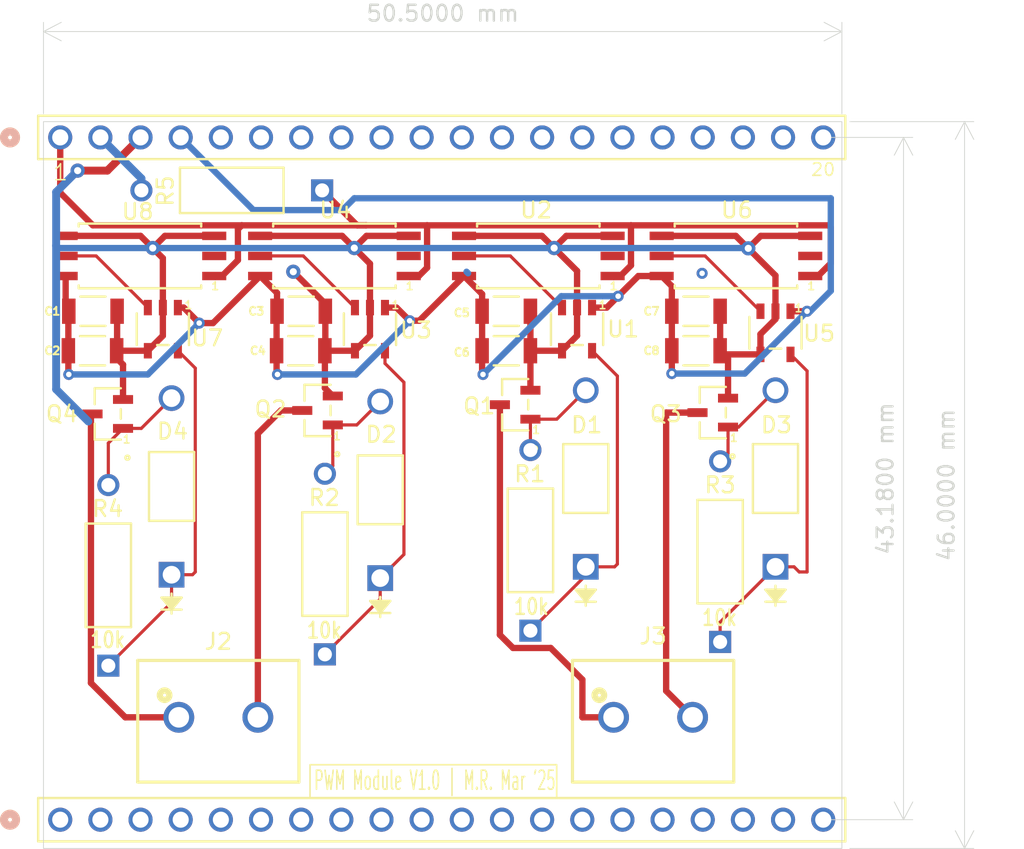
<source format=kicad_pcb>
(kicad_pcb (version 20240108) (generator "pcbnew") (generator_version "8.0")
  (layers (0 "F.Cu" signal) (31 "B.Cu" signal) (34 "B.Paste" user) (35 "F.Paste" user) (36 "B.SilkS" user "B.Silkscreen") (37 "F.SilkS" user "F.Silkscreen") (38 "B.Mask" user) (39 "F.Mask" user) (44 "Edge.Cuts" user))
  (net 0 "")
  (net 1 "GND")
  (net 2 "Net-(U1-VDD)")
  (net 3 "Net-(D1-A)")
  (net 4 "Net-(D1-K)")
  (net 5 "Net-(D2-K)")
  (net 6 "Net-(D2-A)")
  (net 7 "Net-(D3-K)")
  (net 8 "Net-(D3-A)")
  (net 9 "Net-(D4-K)")
  (net 10 "Net-(D4-A)")
  (net 11 "Net-(J2-Pin_2)")
  (net 12 "Net-(J3-Pin_2)")
  (net 13 "Net-(J3-Pin_1)")
  (net 14 "Net-(U1-IN+)")
  (net 16 "Net-(U3-IN+)")
  (net 18 "Net-(U5-IN+)")
  (net 20 "Net-(U7-IN+)")
  (net 34 "Net-(J2-Pin_1)")
  (net 35 "Net-(J5-Pad1)")
  (net 36 "5V+")
  (net 37 "VPWM")
  (net 38 "12V+")
  (footprint "UCC27517DBVR:DBV5_TEX" (layer "F.Cu") (at 158.891501 37.53475 -90)
    (property "Reference" "U7" (at 0.56525 -2.808499 0) (layer "F.SilkS"))
    (property "Value" "UCC27517DBVR")
    (pad "1" smd rect (at -1.36525 -0.950001 270) (size 0.9779 0.508) (layers "F.Cu" "F.Paste" "F.Mask") (net 38 "12V+"))
    (pad "2" smd rect (at -1.36525 0 270) (size 0.9779 0.508) (layers "F.Cu" "F.Paste" "F.Mask") (net 1 "GND"))
    (pad "3" smd rect (at -1.36525 0.950001 270) (size 0.9779 0.508) (layers "F.Cu" "F.Paste" "F.Mask") (net 20 "Net-(U7-IN+)"))
    (pad "4" smd rect (at 1.36525 0.950001 270) (size 0.9779 0.508) (layers "F.Cu" "F.Paste" "F.Mask") (net 1 "GND"))
    (pad "5" smd rect (at 1.36525 -0.950001 270) (size 0.9779 0.508) (layers "F.Cu" "F.Paste" "F.Mask") (net 9 "Net-(D4-K)"))
  )
  (footprint "PWM FET:SOT23_DIO" (layer "F.Cu") (at 168.6748 42.679999 90)
    (property "Reference" "Q2" (at 0.079999 -2.9748 0) (layer "F.SilkS"))
    (property "Value" "DMN3404L-7")
    (pad "1" smd rect (at -0.914999 0.9652 90) (size 0.5588 1.27) (layers "F.Cu" "F.Paste" "F.Mask") (net 6 "Net-(D2-A)"))
    (pad "2" smd rect (at 0.914999 0.9652 90) (size 0.5588 1.27) (layers "F.Cu" "F.Paste" "F.Mask") (net 1 "GND"))
    (pad "3" smd rect (at 0 -0.9652 90) (size 0.5588 1.27) (layers "F.Cu" "F.Paste" "F.Mask") (net 11 "Net-(J2-Pin_2)"))
  )
  (footprint "Capacitor 0.1u:CAP_CL31_SAM" (layer "F.Cu") (at 167.612199 38.9)
    (property "Reference" "C4" (at -2.712199 0 0) (layer "F.SilkS") (effects (font (size 0.5 0.5) (thickness 0.125))))
    (property "Value" "0.1u")
    (pad "1" smd rect (at -1.527801 0) (size 0.8556 1.6) (layers "F.Cu" "F.Paste" "F.Mask") (net 38 "12V+"))
    (pad "2" smd rect (at 1.527801 0) (size 0.8556 1.6) (layers "F.Cu" "F.Paste" "F.Mask") (net 1 "GND"))
  )
  (footprint "Capacitor 0.1u:CAP_CL31_SAM" (layer "F.Cu") (at 154.4415 38.9)
    (property "Reference" "C2" (at -2.5415 0 0) (layer "F.SilkS") (effects (font (size 0.5 0.5) (thickness 0.125))))
    (property "Value" "0.1u")
    (pad "1" smd rect (at -1.527801 0) (size 0.8556 1.6) (layers "F.Cu" "F.Paste" "F.Mask") (net 38 "12V+"))
    (pad "2" smd rect (at 1.527801 0) (size 0.8556 1.6) (layers "F.Cu" "F.Paste" "F.Mask") (net 1 "GND"))
  )
  (footprint "Green Connectors:691137710002" (layer "F.Cu") (at 189.9 62.1)
    (property "Reference" "J3" (at 0 -5.135 0) (layer "F.SilkS"))
    (property "Value" "Conn_01x02_Pin")
    (pad "1" thru_hole circle (at -2.5 0) (size 1.95 1.95) (drill 1.3) (layers "*.Cu" "*.Mask") (net 13 "Net-(J3-Pin_1)"))
    (pad "2" thru_hole circle (at 2.5 0) (size 1.95 1.95) (drill 1.3) (layers "*.Cu" "*.Mask") (net 12 "Net-(J3-Pin_2)"))
  )
  (footprint "PWM Diode:DO-41_DIO" (layer "F.Cu") (at 159.4415 53.076 90)
    (property "Reference" "D4" (at 9.076 0.0585 0) (layer "F.SilkS"))
    (property "Value" "1N4001")
    (pad "1" thru_hole rect (at 0 0 90) (size 1.6256 1.6256) (drill 1.1176) (layers "*.Cu" "*.Mask") (net 9 "Net-(D4-K)"))
    (pad "2" thru_hole circle (at 11.176 0 90) (size 1.6256 1.6256) (drill 1.1176) (layers "*.Cu" "*.Mask") (net 10 "Net-(D4-A)"))
  )
  (footprint "PWM Diode:DO-41_DIO" (layer "F.Cu") (at 185.64 52.576 90)
    (property "Reference" "D1" (at 8.976 0.06 0) (layer "F.SilkS"))
    (property "Value" "1N4001")
    (pad "1" thru_hole rect (at 0 0 90) (size 1.6256 1.6256) (drill 1.1176) (layers "*.Cu" "*.Mask") (net 4 "Net-(D1-K)"))
    (pad "2" thru_hole circle (at 11.176 0 90) (size 1.6256 1.6256) (drill 1.1176) (layers "*.Cu" "*.Mask") (net 3 "Net-(D1-A)"))
  )
  (footprint "PWM FET:SOT23_DIO" (layer "F.Cu") (at 193.6748 42.814999 90)
    (property "Reference" "Q3" (at -0.085001 -2.9748 0) (layer "F.SilkS"))
    (property "Value" "DMN3404L-7")
    (pad "1" smd rect (at -0.914999 0.9652 90) (size 0.5588 1.27) (layers "F.Cu" "F.Paste" "F.Mask") (net 8 "Net-(D3-A)"))
    (pad "2" smd rect (at 0.914999 0.9652 90) (size 0.5588 1.27) (layers "F.Cu" "F.Paste" "F.Mask") (net 1 "GND"))
    (pad "3" smd rect (at 0 -0.9652 90) (size 0.5588 1.27) (layers "F.Cu" "F.Paste" "F.Mask") (net 12 "Net-(J3-Pin_2)"))
  )
  (footprint "20 pins:CONN_PH1-20-UA_ADM" (layer "F.Cu") (at 152.4 25.4)
    (property "Reference" "J5" (hide yes))
    (property "Value" "PH1-20-UA")
    (pad "1" thru_hole circle (at 0 0) (size 1.524 1.524) (drill 1.016) (layers "*.Cu" "*.Mask") (net 36 "5V+"))
    (pad "2" thru_hole circle (at 2.54 0) (size 1.524 1.524) (drill 1.016) (layers "*.Cu" "*.Mask") (net 37 "VPWM"))
    (pad "3" thru_hole circle (at 5.08 0) (size 1.524 1.524) (drill 1.016) (layers "*.Cu" "*.Mask") (net 1 "GND"))
    (pad "4" thru_hole circle (at 7.62 0) (size 1.524 1.524) (drill 1.016) (layers "*.Cu" "*.Mask") (net 38 "12V+"))
    (pad "5" thru_hole circle (at 10.16 0) (size 1.524 1.524) (drill 1.016) (layers "*.Cu" "*.Mask"))
    (pad "6" thru_hole circle (at 12.7 0) (size 1.524 1.524) (drill 1.016) (layers "*.Cu" "*.Mask"))
    (pad "7" thru_hole circle (at 15.24 0) (size 1.524 1.524) (drill 1.016) (layers "*.Cu" "*.Mask"))
    (pad "8" thru_hole circle (at 17.78 0) (size 1.524 1.524) (drill 1.016) (layers "*.Cu" "*.Mask"))
    (pad "9" thru_hole circle (at 20.32 0) (size 1.524 1.524) (drill 1.016) (layers "*.Cu" "*.Mask"))
    (pad "10" thru_hole circle (at 22.86 0) (size 1.524 1.524) (drill 1.016) (layers "*.Cu" "*.Mask"))
    (pad "11" thru_hole circle (at 25.4 0) (size 1.524 1.524) (drill 1.016) (layers "*.Cu" "*.Mask"))
    (pad "12" thru_hole circle (at 27.94 0) (size 1.524 1.524) (drill 1.016) (layers "*.Cu" "*.Mask"))
    (pad "13" thru_hole circle (at 30.48 0) (size 1.524 1.524) (drill 1.016) (layers "*.Cu" "*.Mask"))
    (pad "14" thru_hole circle (at 33.02 0) (size 1.524 1.524) (drill 1.016) (layers "*.Cu" "*.Mask"))
    (pad "15" thru_hole circle (at 35.56 0) (size 1.524 1.524) (drill 1.016) (layers "*.Cu" "*.Mask"))
    (pad "16" thru_hole circle (at 38.1 0) (size 1.524 1.524) (drill 1.016) (layers "*.Cu" "*.Mask"))
    (pad "17" thru_hole circle (at 40.64 0) (size 1.524 1.524) (drill 1.016) (layers "*.Cu" "*.Mask"))
    (pad "18" thru_hole circle (at 43.18 0) (size 1.524 1.524) (drill 1.016) (layers "*.Cu" "*.Mask"))
    (pad "19" thru_hole circle (at 45.72 0) (size 1.524 1.524) (drill 1.016) (layers "*.Cu" "*.Mask"))
    (pad "20" thru_hole circle (at 48.26 0) (size 1.524 1.524) (drill 1.016) (layers "*.Cu" "*.Mask"))
  )
  (footprint "10k throughole:STA_CF14_STP" (layer "F.Cu") (at 168.965 28.75 180)
    (property "Reference" "R5" (at 9.915 -0.04 90) (layer "F.SilkS"))
    (property "Value" "10k")
    (pad "1" thru_hole rect (at 0 0 180) (size 1.397 1.397) (drill 0.889) (layers "*.Cu" "*.Mask") (net 36 "5V+"))
    (pad "2" thru_hole circle (at 11.43 0 180) (size 1.397 1.397) (drill 0.889) (layers "*.Cu" "*.Mask") (net 37 "VPWM"))
  )
  (footprint "Green Connectors:691137710002" (layer "F.Cu") (at 162.4 62.1)
    (property "Reference" "J2" (at 0 -4.8 0) (layer "F.SilkS"))
    (property "Value" "Conn_01x02_Pin")
    (pad "1" thru_hole circle (at -2.5 0) (size 1.95 1.95) (drill 1.3) (layers "*.Cu" "*.Mask") (net 34 "Net-(J2-Pin_1)"))
    (pad "2" thru_hole circle (at 2.5 0) (size 1.95 1.95) (drill 1.3) (layers "*.Cu" "*.Mask") (net 11 "Net-(J2-Pin_2)"))
  )
  (footprint "UCC27517DBVR:DBV5_TEX" (layer "F.Cu") (at 197.64 37.76525 -90)
    (property "Reference" "U5" (at 0.03475 -2.76 0) (layer "F.SilkS"))
    (property "Value" "UCC27517DBVR")
    (pad "1" smd rect (at -1.36525 -0.950001 270) (size 0.9779 0.508) (layers "F.Cu" "F.Paste" "F.Mask") (net 38 "12V+"))
    (pad "2" smd rect (at -1.36525 0 270) (size 0.9779 0.508) (layers "F.Cu" "F.Paste" "F.Mask") (net 1 "GND"))
    (pad "3" smd rect (at -1.36525 0.950001 270) (size 0.9779 0.508) (layers "F.Cu" "F.Paste" "F.Mask") (net 18 "Net-(U5-IN+)"))
    (pad "4" smd rect (at 1.36525 0.950001 270) (size 0.9779 0.508) (layers "F.Cu" "F.Paste" "F.Mask") (net 1 "GND"))
    (pad "5" smd rect (at 1.36525 -0.950001 270) (size 0.9779 0.508) (layers "F.Cu" "F.Paste" "F.Mask") (net 7 "Net-(D3-K)"))
  )
  (footprint "Capacitor 0.1u:CAP_CL31_SAM" (layer "F.Cu") (at 167.64 36.4)
    (property "Reference" "C3" (at -2.84 0 0) (layer "F.SilkS") (effects (font (size 0.5 0.5) (thickness 0.125))))
    (property "Value" "0.1u")
    (pad "1" smd rect (at -1.527801 0) (size 0.8556 1.6) (layers "F.Cu" "F.Paste" "F.Mask") (net 38 "12V+"))
    (pad "2" smd rect (at 1.527801 0) (size 0.8556 1.6) (layers "F.Cu" "F.Paste" "F.Mask") (net 1 "GND"))
  )
  (footprint "Capacitor 0.1u:CAP_CL31_SAM" (layer "F.Cu") (at 180.612199 36.4)
    (property "Reference" "C5" (at -2.812199 0.1 0) (layer "F.SilkS") (effects (font (size 0.5 0.5) (thickness 0.125))))
    (property "Value" "0.1u")
    (pad "1" smd rect (at -1.527801 0) (size 0.8556 1.6) (layers "F.Cu" "F.Paste" "F.Mask") (net 38 "12V+"))
    (pad "2" smd rect (at 1.527801 0) (size 0.8556 1.6) (layers "F.Cu" "F.Paste" "F.Mask") (net 1 "GND"))
  )
  (footprint "Capacitor 0.1u:CAP_CL31_SAM" (layer "F.Cu") (at 180.612199 38.9)
    (property "Reference" "C6" (at -2.812199 0.1 0) (layer "F.SilkS") (effects (font (size 0.5 0.5) (thickness 0.125))))
    (property "Value" "0.1u")
    (pad "1" smd rect (at -1.527801 0) (size 0.8556 1.6) (layers "F.Cu" "F.Paste" "F.Mask") (net 38 "12V+"))
    (pad "2" smd rect (at 1.527801 0) (size 0.8556 1.6) (layers "F.Cu" "F.Paste" "F.Mask") (net 1 "GND"))
  )
  (footprint "PWM FET:SOT23_DIO" (layer "F.Cu") (at 155.4067 42.9 90)
    (property "Reference" "Q4" (at 0 -2.9067 0) (layer "F.SilkS"))
    (property "Value" "DMN3404L-7")
    (pad "1" smd rect (at -0.914999 0.9652 90) (size 0.5588 1.27) (layers "F.Cu" "F.Paste" "F.Mask") (net 10 "Net-(D4-A)"))
    (pad "2" smd rect (at 0.914999 0.9652 90) (size 0.5588 1.27) (layers "F.Cu" "F.Paste" "F.Mask") (net 1 "GND"))
    (pad "3" smd rect (at 0 -0.9652 90) (size 0.5588 1.27) (layers "F.Cu" "F.Paste" "F.Mask") (net 34 "Net-(J2-Pin_1)"))
  )
  (footprint "PWM Diode:DO-41_DIO" (layer "F.Cu") (at 197.64 52.576 90)
    (property "Reference" "D3" (at 8.976 0.06 0) (layer "F.SilkS"))
    (property "Value" "1N4001")
    (pad "1" thru_hole rect (at 0 0 90) (size 1.6256 1.6256) (drill 1.1176) (layers "*.Cu" "*.Mask") (net 7 "Net-(D3-K)"))
    (pad "2" thru_hole circle (at 11.176 0 90) (size 1.6256 1.6256) (drill 1.1176) (layers "*.Cu" "*.Mask") (net 8 "Net-(D3-A)"))
  )
  (footprint "10k throughole:STA_CF14_STP" (layer "F.Cu") (at 194.14 57.33 90)
    (property "Reference" "R3" (at 9.93 0 0) (layer "F.SilkS"))
    (property "Value" "10k")
    (pad "1" thru_hole rect (at 0 0 90) (size 1.397 1.397) (drill 0.889) (layers "*.Cu" "*.Mask") (net 7 "Net-(D3-K)"))
    (pad "2" thru_hole circle (at 11.43 0 90) (size 1.397 1.397) (drill 0.889) (layers "*.Cu" "*.Mask") (net 8 "Net-(D3-A)"))
  )
  (footprint "TLP2745TP_E:SO6L_TOS" (layer "F.Cu") (at 182.64 32.9 180)
    (property "Reference" "U2" (at 0.14 2.9 0) (layer "F.SilkS"))
    (property "Value" "TLP2745TP_E")
    (pad "1" smd rect (at -4.699 -1.27 180) (size 1.524 0.5334) (layers "F.Cu" "F.Paste" "F.Mask") (net 36 "5V+"))
    (pad "2" smd rect (at -4.699 0 180) (size 1.524 0.5334) (layers "F.Cu" "F.Paste" "F.Mask"))
    (pad "3" smd rect (at -4.699 1.27 180) (size 1.524 0.5334) (layers "F.Cu" "F.Paste" "F.Mask") (net 1 "GND"))
    (pad "4" smd rect (at 4.699 1.27 180) (size 1.524 0.5334) (layers "F.Cu" "F.Paste" "F.Mask") (net 1 "GND"))
    (pad "5" smd rect (at 4.699 0 180) (size 1.524 0.5334) (layers "F.Cu" "F.Paste" "F.Mask") (net 14 "Net-(U1-IN+)"))
    (pad "6" smd rect (at 4.699 -1.27 180) (size 1.524 0.5334) (layers "F.Cu" "F.Paste" "F.Mask") (net 38 "12V+"))
  )
  (footprint "Capacitor 0.1u:CAP_CL31_SAM" (layer "F.Cu") (at 154.469301 36.4)
    (property "Reference" "C1" (at -2.569301 0 0) (layer "F.SilkS") (effects (font (size 0.5 0.5) (thickness 0.125))))
    (property "Value" "0.1u")
    (pad "1" smd rect (at -1.527801 0) (size 0.8556 1.6) (layers "F.Cu" "F.Paste" "F.Mask") (net 38 "12V+"))
    (pad "2" smd rect (at 1.527801 0) (size 0.8556 1.6) (layers "F.Cu" "F.Paste" "F.Mask") (net 1 "GND"))
  )
  (footprint "TLP2745TP_E:SO6L_TOS" (layer "F.Cu") (at 195.14 32.9 180)
    (property "Reference" "U6" (at -0.06 2.9 0) (layer "F.SilkS"))
    (property "Value" "TLP2745TP_E")
    (pad "1" smd rect (at -4.699 -1.27 180) (size 1.524 0.5334) (layers "F.Cu" "F.Paste" "F.Mask") (net 36 "5V+"))
    (pad "2" smd rect (at -4.699 0 180) (size 1.524 0.5334) (layers "F.Cu" "F.Paste" "F.Mask"))
    (pad "3" smd rect (at -4.699 1.27 180) (size 1.524 0.5334) (layers "F.Cu" "F.Paste" "F.Mask") (net 1 "GND"))
    (pad "4" smd rect (at 4.699 1.27 180) (size 1.524 0.5334) (layers "F.Cu" "F.Paste" "F.Mask") (net 1 "GND"))
    (pad "5" smd rect (at 4.699 0 180) (size 1.524 0.5334) (layers "F.Cu" "F.Paste" "F.Mask") (net 18 "Net-(U5-IN+)"))
    (pad "6" smd rect (at 4.699 -1.27 180) (size 1.524 0.5334) (layers "F.Cu" "F.Paste" "F.Mask") (net 38 "12V+"))
  )
  (footprint "Capacitor 0.1u:CAP_CL31_SAM" (layer "F.Cu") (at 192.612199 36.4)
    (property "Reference" "C7" (at -2.812199 0 0) (layer "F.SilkS") (effects (font (size 0.5 0.5) (thickness 0.125))))
    (property "Value" "0.1u")
    (pad "1" smd rect (at -1.527801 0) (size 0.8556 1.6) (layers "F.Cu" "F.Paste" "F.Mask") (net 38 "12V+"))
    (pad "2" smd rect (at 1.527801 0) (size 0.8556 1.6) (layers "F.Cu" "F.Paste" "F.Mask") (net 1 "GND"))
  )
  (footprint "10k throughole:STA_CF14_STP" (layer "F.Cu") (at 182.14 56.615 90)
    (property "Reference" "R1" (at 9.915 -0.04 0) (layer "F.SilkS"))
    (property "Value" "10k")
    (pad "1" thru_hole rect (at 0 0 90) (size 1.397 1.397) (drill 0.889) (layers "*.Cu" "*.Mask") (net 4 "Net-(D1-K)"))
    (pad "2" thru_hole circle (at 11.43 0 90) (size 1.397 1.397) (drill 0.889) (layers "*.Cu" "*.Mask") (net 3 "Net-(D1-A)"))
  )
  (footprint "10k throughole:STA_CF14_STP" (layer "F.Cu") (at 155.4415 58.83 90)
    (property "Reference" "R4" (at 9.93 -0.0415 0) (layer "F.SilkS"))
    (property "Value" "10k")
    (pad "1" thru_hole rect (at 0 0 90) (size 1.397 1.397) (drill 0.889) (layers "*.Cu" "*.Mask") (net 9 "Net-(D4-K)"))
    (pad "2" thru_hole circle (at 11.43 0 90) (size 1.397 1.397) (drill 0.889) (layers "*.Cu" "*.Mask") (net 10 "Net-(D4-A)"))
  )
  (footprint "UCC27517DBVR:DBV5_TEX" (layer "F.Cu") (at 171.991499 37.53475 -90)
    (property "Reference" "U3" (at 0.06525 -2.908501 0) (layer "F.SilkS"))
    (property "Value" "UCC27517DBVR")
    (pad "1" smd rect (at -1.36525 -0.950001 270) (size 0.9779 0.508) (layers "F.Cu" "F.Paste" "F.Mask") (net 38 "12V+"))
    (pad "2" smd rect (at -1.36525 0 270) (size 0.9779 0.508) (layers "F.Cu" "F.Paste" "F.Mask") (net 1 "GND"))
    (pad "3" smd rect (at -1.36525 0.950001 270) (size 0.9779 0.508) (layers "F.Cu" "F.Paste" "F.Mask") (net 16 "Net-(U3-IN+)"))
    (pad "4" smd rect (at 1.36525 0.950001 270) (size 0.9779 0.508) (layers "F.Cu" "F.Paste" "F.Mask") (net 1 "GND"))
    (pad "5" smd rect (at 1.36525 -0.950001 270) (size 0.9779 0.508) (layers "F.Cu" "F.Paste" "F.Mask") (net 5 "Net-(D2-K)"))
  )
  (footprint "PWM FET:SOT23_DIO" (layer "F.Cu") (at 181.1748 42.314999 90)
    (property "Reference" "Q1" (at -0.085001 -2.2748 0) (layer "F.SilkS"))
    (property "Value" "DMN3404L-7")
    (pad "1" smd rect (at -0.914999 0.9652 90) (size 0.5588 1.27) (layers "F.Cu" "F.Paste" "F.Mask") (net 3 "Net-(D1-A)"))
    (pad "2" smd rect (at 0.914999 0.9652 90) (size 0.5588 1.27) (layers "F.Cu" "F.Paste" "F.Mask") (net 1 "GND"))
    (pad "3" smd rect (at 0 -0.9652 90) (size 0.5588 1.27) (layers "F.Cu" "F.Paste" "F.Mask") (net 13 "Net-(J3-Pin_1)"))
  )
  (footprint "10k throughole:STA_CF14_STP" (layer "F.Cu") (at 169.14 58.115 90)
    (property "Reference" "R2" (at 9.915 -0.04 0) (layer "F.SilkS"))
    (property "Value" "10k")
    (pad "1" thru_hole rect (at 0 0 90) (size 1.397 1.397) (drill 0.889) (layers "*.Cu" "*.Mask") (net 5 "Net-(D2-K)"))
    (pad "2" thru_hole circle (at 11.43 0 90) (size 1.397 1.397) (drill 0.889) (layers "*.Cu" "*.Mask") (net 6 "Net-(D2-A)"))
  )
  (footprint "TLP2745TP_E:SO6L_TOS" (layer "F.Cu") (at 157.4415 32.9 180)
    (property "Reference" "U8" (at 0.1415 2.8 0) (layer "F.SilkS"))
    (property "Value" "TLP2745TP_E")
    (pad "1" smd rect (at -4.699 -1.27 180) (size 1.524 0.5334) (layers "F.Cu" "F.Paste" "F.Mask") (net 36 "5V+"))
    (pad "2" smd rect (at -4.699 0 180) (size 1.524 0.5334) (layers "F.Cu" "F.Paste" "F.Mask"))
    (pad "3" smd rect (at -4.699 1.27 180) (size 1.524 0.5334) (layers "F.Cu" "F.Paste" "F.Mask") (net 1 "GND"))
    (pad "4" smd rect (at 4.699 1.27 180) (size 1.524 0.5334) (layers "F.Cu" "F.Paste" "F.Mask") (net 1 "GND"))
    (pad "5" smd rect (at 4.699 0 180) (size 1.524 0.5334) (layers "F.Cu" "F.Paste" "F.Mask") (net 20 "Net-(U7-IN+)"))
    (pad "6" smd rect (at 4.699 -1.27 180) (size 1.524 0.5334) (layers "F.Cu" "F.Paste" "F.Mask") (net 38 "12V+"))
  )
  (footprint "UCC27517DBVR:DBV5_TEX" (layer "F.Cu") (at 185.090001 37.53475 -90)
    (property "Reference" "U1" (at 0 -2.909999 0) (layer "F.SilkS"))
    (property "Value" "UCC27517DBVR")
    (pad "1" smd rect (at -1.36525 -0.950001 270) (size 0.9779 0.508) (layers "F.Cu" "F.Paste" "F.Mask") (net 38 "12V+"))
    (pad "2" smd rect (at -1.36525 0 270) (size 0.9779 0.508) (layers "F.Cu" "F.Paste" "F.Mask") (net 1 "GND"))
    (pad "3" smd rect (at -1.36525 0.950001 270) (size 0.9779 0.508) (layers "F.Cu" "F.Paste" "F.Mask") (net 14 "Net-(U1-IN+)"))
    (pad "4" smd rect (at 1.36525 0.950001 270) (size 0.9779 0.508) (layers "F.Cu" "F.Paste" "F.Mask") (net 1 "GND"))
    (pad "5" smd rect (at 1.36525 -0.950001 270) (size 0.9779 0.508) (layers "F.Cu" "F.Paste" "F.Mask") (net 4 "Net-(D1-K)"))
  )
  (footprint "PWM Diode:DO-41_DIO" (layer "F.Cu") (at 172.64 53.2895 90)
    (property "Reference" "D2" (at 9.0895 0.06 0) (layer "F.SilkS"))
    (property "Value" "1N4001")
    (pad "1" thru_hole rect (at 0 0 90) (size 1.6256 1.6256) (drill 1.1176) (layers "*.Cu" "*.Mask") (net 5 "Net-(D2-K)"))
    (pad "2" thru_hole circle (at 11.176 0 90) (size 1.6256 1.6256) (drill 1.1176) (layers "*.Cu" "*.Mask") (net 6 "Net-(D2-A)"))
  )
  (footprint "TLP2745TP_E:SO6L_TOS" (layer "F.Cu") (at 169.7425 32.9 180)
    (property "Reference" "U4" (at -0.0575 2.9 0) (layer "F.SilkS"))
    (property "Value" "TLP2745TP_E")
    (pad "1" smd rect (at -4.699 -1.27 180) (size 1.524 0.5334) (layers "F.Cu" "F.Paste" "F.Mask") (net 36 "5V+"))
    (pad "2" smd rect (at -4.699 0 180) (size 1.524 0.5334) (layers "F.Cu" "F.Paste" "F.Mask"))
    (pad "3" smd rect (at -4.699 1.27 180) (size 1.524 0.5334) (layers "F.Cu" "F.Paste" "F.Mask") (net 1 "GND"))
    (pad "4" smd rect (at 4.699 1.27 180) (size 1.524 0.5334) (layers "F.Cu" "F.Paste" "F.Mask") (net 1 "GND"))
    (pad "5" smd rect (at 4.699 0 180) (size 1.524 0.5334) (layers "F.Cu" "F.Paste" "F.Mask") (net 16 "Net-(U3-IN+)"))
    (pad "6" smd rect (at 4.699 -1.27 180) (size 1.524 0.5334) (layers "F.Cu" "F.Paste" "F.Mask") (net 38 "12V+"))
  )
  (footprint "20 pins:CONN_PH1-20-UA_ADM" (layer "F.Cu") (at 152.4 68.58)
    (property "Reference" "J5" (hide yes))
    (property "Value" "PH1-20-UA")
    (pad "1" thru_hole circle (at 0 0) (size 1.524 1.524) (drill 1.016) (layers "*.Cu" "*.Mask"))
    (pad "2" thru_hole circle (at 2.54 0) (size 1.524 1.524) (drill 1.016) (layers "*.Cu" "*.Mask"))
    (pad "3" thru_hole circle (at 5.08 0) (size 1.524 1.524) (drill 1.016) (layers "*.Cu" "*.Mask"))
    (pad "4" thru_hole circle (at 7.62 0) (size 1.524 1.524) (drill 1.016) (layers "*.Cu" "*.Mask"))
    (pad "5" thru_hole circle (at 10.16 0) (size 1.524 1.524) (drill 1.016) (layers "*.Cu" "*.Mask"))
    (pad "6" thru_hole circle (at 12.7 0) (size 1.524 1.524) (drill 1.016) (layers "*.Cu" "*.Mask"))
    (pad "7" thru_hole circle (at 15.24 0) (size 1.524 1.524) (drill 1.016) (layers "*.Cu" "*.Mask"))
    (pad "8" thru_hole circle (at 17.78 0) (size 1.524 1.524) (drill 1.016) (layers "*.Cu" "*.Mask"))
    (pad "9" thru_hole circle (at 20.32 0) (size 1.524 1.524) (drill 1.016) (layers "*.Cu" "*.Mask"))
    (pad "10" thru_hole circle (at 22.86 0) (size 1.524 1.524) (drill 1.016) (layers "*.Cu" "*.Mask"))
    (pad "11" thru_hole circle (at 25.4 0) (size 1.524 1.524) (drill 1.016) (layers "*.Cu" "*.Mask"))
    (pad "12" thru_hole circle (at 27.94 0) (size 1.524 1.524) (drill 1.016) (layers "*.Cu" "*.Mask"))
    (pad "13" thru_hole circle (at 30.48 0) (size 1.524 1.524) (drill 1.016) (layers "*.Cu" "*.Mask"))
    (pad "14" thru_hole circle (at 33.02 0) (size 1.524 1.524) (drill 1.016) (layers "*.Cu" "*.Mask"))
    (pad "15" thru_hole circle (at 35.56 0) (size 1.524 1.524) (drill 1.016) (layers "*.Cu" "*.Mask"))
    (pad "16" thru_hole circle (at 38.1 0) (size 1.524 1.524) (drill 1.016) (layers "*.Cu" "*.Mask"))
    (pad "17" thru_hole circle (at 40.64 0) (size 1.524 1.524) (drill 1.016) (layers "*.Cu" "*.Mask"))
    (pad "18" thru_hole circle (at 43.18 0) (size 1.524 1.524) (drill 1.016) (layers "*.Cu" "*.Mask"))
    (pad "19" thru_hole circle (at 45.72 0) (size 1.524 1.524) (drill 1.016) (layers "*.Cu" "*.Mask"))
    (pad "20" thru_hole circle (at 48.26 0) (size 1.524 1.524) (drill 1.016) (layers "*.Cu" "*.Mask"))
  )
  (footprint "Capacitor 0.1u:CAP_CL31_SAM" (layer "F.Cu") (at 192.612199 38.9)
    (property "Reference" "C8" (at -2.812199 0 0) (layer "F.SilkS") (effects (font (size 0.5 0.5) (thickness 0.125))))
    (property "Value" "0.1u")
    (pad "1" smd rect (at -1.527801 0) (size 0.8556 1.6) (layers "F.Cu" "F.Paste" "F.Mask") (net 38 "12V+"))
    (pad "2" smd rect (at 1.527801 0) (size 0.8556 1.6) (layers "F.Cu" "F.Paste" "F.Mask") (net 1 "GND"))
  )
  (gr_rect (start 168.2 65.1) (end 183.8 67.2) (stroke (width 0.1)) (fill none) (layer "F.SilkS"))
  (gr_rect (start 151.34 24.4) (end 201.84 70.4) (stroke (width 0.05)) (fill none) (layer "Edge.Cuts"))
  (gr_text "1" (at 161.9 35.1 0) (layer "F.SilkS") (effects (font (size 0.5 0.5) (thickness 0.1)) (justify left bottom)))
  (gr_text "1" (at 182.2 44.2 0) (layer "F.SilkS") (effects (font (size 0.5 0.5) (thickness 0.1)) (justify left bottom)))
  (gr_text "10k\n" (at 169.1 56.6 0) (layer "F.SilkS") (effects (font (size 1 0.8))))
  (gr_text "1" (at 198.8 36.5 0) (layer "F.SilkS") (effects (font (size 0.5 0.5) (thickness 0.1)) (justify left bottom)))
  (gr_text "1" (at 169.6 44.6 0) (layer "F.SilkS") (effects (font (size 0.5 0.5) (thickness 0.1)) (justify left bottom)))
  (gr_text "1" (at 156.3 44.8 0) (layer "F.SilkS") (effects (font (size 0.5 0.5) (thickness 0.1)) (justify left bottom)))
  (gr_text "1" (at 194.7 44.7 0) (layer "F.SilkS") (effects (font (size 0.5 0.5) (thickness 0.1)) (justify left bottom)))
  (gr_text "10k\n" (at 194.1 55.8 0) (layer "F.SilkS") (effects (font (size 1 0.8))))
  (gr_text "1" (at 160.2 36.3 0) (layer "F.SilkS") (effects (font (size 0.5 0.5) (thickness 0.1)) (justify left bottom)))
  (gr_text "1" (at 151.87381 28.2 0) (layer "F.SilkS") (effects (font (size 1 1) (thickness 0.1)) (justify left bottom)))
  (gr_text "1" (at 174.2 35.1 0) (layer "F.SilkS") (effects (font (size 0.5 0.5) (thickness 0.1)) (justify left bottom)))
  (gr_text "10k" (at 155.4 57.2 0) (layer "F.SilkS") (effects (font (size 1 0.8))))
  (gr_text "1" (at 173.3 36.3 0) (layer "F.SilkS") (effects (font (size 0.5 0.5) (thickness 0.1)) (justify left bottom)))
  (gr_text "PWM Module V1.0 | M.R. Mar '25" (at 168.4 66.8 0) (layer "F.SilkS") (effects (font (size 1.2 0.6) (thickness 0.1)) (justify left bottom)))
  (gr_text "1" (at 199.6 35.1 0) (layer "F.SilkS") (effects (font (size 0.5 0.5) (thickness 0.1)) (justify left bottom)))
  (gr_text "20\n" (at 199.828095 27.9 0) (layer "F.SilkS") (effects (font (size 0.8 0.8) (thickness 0.1)) (justify left bottom)))
  (gr_text "1" (at 187.1 35.1 0) (layer "F.SilkS") (effects (font (size 0.5 0.5) (thickness 0.1)) (justify left bottom)))
  (gr_text "10k\n" (at 182.2 55.1 0) (layer "F.SilkS") (effects (font (size 1 0.8))))
  (gr_text "1" (at 186.4 36.3 0) (layer "F.SilkS") (effects (font (size 0.5 0.5) (thickness 0.1)) (justify left bottom)))
  (dimension (type aligned) (layer "Edge.Cuts") (pts (xy 201.84 70.4) (xy 201.84 24.4)) (height 7.76) (gr_text "46.0000 mm" (at 208.45 47.4 90) (layer "Edge.Cuts") (effects (font (size 1 1) (thickness 0.15)))) (format (prefix "") (suffix "") (units 3) (units_format 1) (precision 4)) (style (thickness 0.05) (arrow_length 1.27) (text_position_mode 0) (extension_height 0.58642) (extension_offset 0.5) keep_text_aligned))
  (dimension (type aligned) (layer "Edge.Cuts") (pts (xy 201.84 24.4) (xy 151.34 24.4)) (height 5.699999) (gr_text "50.5000 mm" (at 176.59 17.550001 0) (layer "Edge.Cuts") (effects (font (size 1 1) (thickness 0.15)))) (format (prefix "") (suffix "") (units 3) (units_format 1) (precision 4)) (style (thickness 0.05) (arrow_length 1.27) (text_position_mode 0) (extension_height 0.58642) (extension_offset 0.5) keep_text_aligned))
  (dimension (type aligned) (layer "Edge.Cuts") (pts (xy 200.66 68.58) (xy 200.66 25.4)) (height 5.08) (gr_text "43.1800 mm" (at 204.59 46.99 90) (layer "Edge.Cuts") (effects (font (size 1 1) (thickness 0.15)))) (format (prefix "") (suffix "") (units 3) (units_format 1) (precision 4)) (style (thickness 0.05) (arrow_length 1.27) (text_position_mode 0) (extension_height 0.58642) (extension_offset 0.5) keep_text_aligned))
  (segment (start 159.02 31.63) (end 162.1405 31.63) (width 0.4) (layer "F.Cu") (net 1))
  (segment (start 182.14 38.9) (end 182.14 41.4) (width 0.4) (layer "F.Cu") (net 1))
  (segment (start 170.23 31.63) (end 171 32.4) (width 0.4) (layer "F.Cu") (net 1))
  (segment (start 171.991499 37.949999) (end 171.041498 38.9) (width 0.4) (layer "F.Cu") (net 1))
  (segment (start 152.7425 31.63) (end 157.48 31.63) (width 0.4) (layer "F.Cu") (net 1))
  (segment (start 171.991499 36.1695) (end 171.991499 37.949999) (width 0.4) (layer "F.Cu") (net 1))
  (segment (start 156.3719 39.774798) (end 156.3719 41.985001) (width 0.4) (layer "F.Cu") (net 1))
  (segment (start 194.3705 39.1305) (end 194.14 38.9) (width 0.4) (layer "F.Cu") (net 1))
  (segment (start 165.0435 31.63) (end 170.23 31.63) (width 0.4) (layer "F.Cu") (net 1))
  (segment (start 185.090001 36.1695) (end 185.090001 33.850001) (width 0.4) (layer "F.Cu") (net 1))
  (segment (start 155.997102 36.4) (end 155.997102 38.872199) (width 0.4) (layer "F.Cu") (net 1))
  (segment (start 169.14 38.9) (end 171.041498 38.9) (width 0.4) (layer "F.Cu") (net 1))
  (segment (start 171.991499 33.391499) (end 171 32.4) (width 0.4) (layer "F.Cu") (net 1))
  (segment (start 155.38 27.5) (end 157.48 25.4) (width 0.5) (layer "F.Cu") (net 1))
  (segment (start 196.707918 31.63) (end 199.839 31.63) (width 0.4) (layer "F.Cu") (net 1))
  (segment (start 185.090001 33.850001) (end 183.64 32.4) (width 0.4) (layer "F.Cu") (net 1))
  (segment (start 196.689999 37.850001) (end 196.689999 39.1305) (width 0.4) (layer "F.Cu") (net 1))
  (segment (start 171.991499 36.1695) (end 171.991499 33.391499) (width 0.4) (layer "F.Cu") (net 1))
  (segment (start 184.41 31.63) (end 187.339 31.63) (width 0.4) (layer "F.Cu") (net 1))
  (segment (start 155.969301 39.372199) (end 156.3719 39.774798) (width 0.4) (layer "F.Cu") (net 1))
  (segment (start 169.167801 35.927801) (end 167.14 33.9) (width 0.4) (layer "F.Cu") (net 1))
  (segment (start 169.167801 36.4) (end 169.167801 35.927801) (width 0.4) (layer "F.Cu") (net 1))
  (segment (start 177.941 31.63) (end 182.87 31.63) (width 0.4) (layer "F.Cu") (net 1))
  (segment (start 158.891501 33.041501) (end 158.25 32.4) (width 0.4) (layer "F.Cu") (net 1))
  (segment (start 171.77 31.63) (end 174.4415 31.63) (width 0.4) (layer "F.Cu") (net 1))
  (segment (start 184.14 38.9) (end 182.14 38.9) (width 0.4) (layer "F.Cu") (net 1))
  (segment (start 158.25 32.4) (end 159.02 31.63) (width 0.4) (layer "F.Cu") (net 1))
  (segment (start 194.64 41.9) (end 194.64 39.4) (width 0.4) (layer "F.Cu") (net 1))
  (segment (start 184.14 38.9) (end 185.090001 37.949999) (width 0.4) (layer "F.Cu") (net 1))
  (segment (start 169.14 41.265) (end 169.64 41.765) (width 0.4) (layer "F.Cu") (net 1))
  (segment (start 182.14 36.4) (end 182.14 38.9) (width 0.4) (layer "F.Cu") (net 1))
  (segment (start 197.64 34.14) (end 195.918959 32.418959) (width 0.4) (layer "F.Cu") (net 1))
  (segment (start 197.64 36.4) (end 197.64 34.14) (width 0.4) (layer "F.Cu") (net 1))
  (segment (start 153.5 27.5) (end 155.38 27.5) (width 0.5) (layer "F.Cu") (net 1))
  (segment (start 195.918959 32.418959) (end 196.707918 31.63) (width 0.4) (layer "F.Cu") (net 1))
  (segment (start 194.14 36.4) (end 194.14 38.9) (width 0.4) (layer "F.Cu") (net 1))
  (segment (start 195.918959 32.418959) (end 195.13 31.63) (width 0.4) (layer "F.Cu") (net 1))
  (segment (start 158.891501 37.949999) (end 158.891501 36.1695) (width 0.4) (layer "F.Cu") (net 1))
  (segment (start 185.090001 37.949999) (end 185.090001 36.1695) (width 0.4) (layer "F.Cu") (net 1))
  (segment (start 194.64 39.4) (end 194.14 38.9) (width 0.4) (layer "F.Cu") (net 1))
  (segment (start 158.891501 36.1695) (end 158.891501 33.041501) (width 0.4) (layer "F.Cu") (net 1))
  (segment (start 155.969301 38.9) (end 157.9415 38.9) (width 0.4) (layer "F.Cu") (net 1))
  (segment (start 155.997102 38.872199) (end 155.969301 38.9) (width 0.4) (layer "F.Cu") (net 1))
  (segment (start 195.13 31.63) (end 190.441 31.63) (width 0.4) (layer "F.Cu") (net 1))
  (segment (start 169.167801 36.4) (end 169.167801 38.872199) (width 0.4) (layer "F.Cu") (net 1))
  (segment (start 157.48 31.63) (end 158.25 32.4) (width 0.4) (layer "F.Cu") (net 1))
  (segment (start 197.64 36.9) (end 196.689999 37.850001) (width 0.4) (layer "F.Cu") (net 1))
  (segment (start 169.14 38.9) (end 169.14 41.265) (width 0.4) (layer "F.Cu") (net 1))
  (segment (start 196.689999 39.1305) (end 194.3705 39.1305) (width 0.4) (layer "F.Cu") (net 1))
  (segment (start 182.87 31.63) (end 183.64 32.4) (width 0.4) (layer "F.Cu") (net 1))
  (segment (start 171 32.4) (end 171.77 31.63) (width 0.4) (layer "F.Cu") (net 1))
  (segment (start 155.969301 38.9) (end 155.969301 39.372199) (width 0.4) (layer "F.Cu") (net 1))
  (segment (start 157.9415 38.9) (end 158.891501 37.949999) (width 0.4) (layer "F.Cu") (net 1))
  (segment (start 169.167801 38.872199) (end 169.14 38.9) (width 0.4) (layer "F.Cu") (net 1))
  (segment (start 197.64 36.4) (end 197.64 36.9) (width 0.4) (layer "F.Cu") (net 1))
  (segment (start 183.64 32.4) (end 184.41 31.63) (width 0.4) (layer "F.Cu") (net 1))
  (via (at 167.14 33.9) (size 0.9) (drill 0.45) (layers "F.Cu" "B.Cu") (net 1))
  (via (at 195.918959 32.418959) (size 0.9) (drill 0.45) (layers "F.Cu" "B.Cu") (net 1))
  (via (at 171 32.4) (size 0.9) (drill 0.45) (layers "F.Cu" "B.Cu") (net 1))
  (via (at 183.64 32.4) (size 0.9) (drill 0.45) (layers "F.Cu" "B.Cu") (net 1))
  (via (at 158.25 32.4) (size 0.9) (drill 0.45) (layers "F.Cu" "B.Cu") (net 1))
  (via (at 153.5 27.5) (size 0.9) (drill 0.45) (layers "F.Cu" "B.Cu") (net 1))
  (segment (start 183.64 32.4) (end 152.2915 32.4) (width 0.4) (layer "B.Cu") (net 1))
  (segment (start 152.1415 41.3415) (end 152.1415 32.25) (width 0.5) (layer "B.Cu") (net 1))
  (segment (start 195.9 32.4) (end 183.64 32.4) (width 0.4) (layer "B.Cu") (net 1))
  (segment (start 152.2915 32.4) (end 152.1415 32.25) (width 0.4) (layer "B.Cu") (net 1))
  (segment (start 152.1415 41.3415) (end 154.1763 43.3763) (width 0.5) (layer "B.Cu") (net 1))
  (segment (start 152.1415 28.8585) (end 153.5 27.5) (width 0.5) (layer "B.Cu") (net 1))
  (segment (start 195.918959 32.418959) (end 195.9 32.4) (width 0.4) (layer "B.Cu") (net 1))
  (segment (start 152.1415 32.25) (end 152.1415 28.8585) (width 0.5) (layer "B.Cu") (net 1))
  (via (at 193 34) (size 0.7) (drill 0.35) (layers "F.Cu" "B.Cu") (net 2))
  (segment (start 182.14 45.185) (end 182.14 43.229998) (width 0.2) (layer "F.Cu") (net 3))
  (segment (start 183.810002 43.229998) (end 185.64 41.4) (width 0.2) (layer "F.Cu") (net 3))
  (segment (start 182.14 43.229998) (end 183.810002 43.229998) (width 0.2) (layer "F.Cu") (net 3))
  (segment (start 182.14 56.615) (end 185.64 53.115) (width 0.2) (layer "F.Cu") (net 4))
  (segment (start 187.64 52.4) (end 187.464 52.576) (width 0.2) (layer "F.Cu") (net 4))
  (segment (start 187.64 40.499998) (end 187.64 52.4) (width 0.2) (layer "F.Cu") (net 4))
  (segment (start 186.040002 38.9) (end 187.64 40.499998) (width 0.2) (layer "F.Cu") (net 4))
  (segment (start 185.64 53.115) (end 185.64 52.576) (width 0.2) (layer "F.Cu") (net 4))
  (segment (start 187.464 52.576) (end 185.64 52.576) (width 0.2) (layer "F.Cu") (net 4))
  (segment (start 172.64 53.2895) (end 174.14 51.7895) (width 0.2) (layer "F.Cu") (net 5))
  (segment (start 172.9415 39.7015) (end 172.9415 38.9) (width 0.2) (layer "F.Cu") (net 5))
  (segment (start 172.64 53.2895) (end 172.64 54.615) (width 0.2) (layer "F.Cu") (net 5))
  (segment (start 172.64 54.615) (end 169.14 58.115) (width 0.2) (layer "F.Cu") (net 5))
  (segment (start 174.14 40.9) (end 172.9415 39.7015) (width 0.2) (layer "F.Cu") (net 5))
  (segment (start 174.14 51.7895) (end 174.14 40.9) (width 0.2) (layer "F.Cu") (net 5))
  (segment (start 169.64 43.594998) (end 169.64 46.185) (width 0.2) (layer "F.Cu") (net 6))
  (segment (start 169.64 46.185) (end 169.14 46.685) (width 0.2) (layer "F.Cu") (net 6))
  (segment (start 171.158502 43.594998) (end 172.64 42.1135) (width 0.2) (layer "F.Cu") (net 6))
  (segment (start 169.64 43.594998) (end 171.158502 43.594998) (width 0.2) (layer "F.Cu") (net 6))
  (segment (start 199.14 52.9) (end 198.816 52.576) (width 0.2) (layer "F.Cu") (net 7))
  (segment (start 194.14 56.076) (end 197.64 52.576) (width 0.2) (layer "F.Cu") (net 7))
  (segment (start 198.816 52.576) (end 197.64 52.576) (width 0.2) (layer "F.Cu") (net 7))
  (segment (start 199.64 52.9) (end 199.14 52.9) (width 0.2) (layer "F.Cu") (net 7))
  (segment (start 199.64 40.180499) (end 199.64 52.9) (width 0.2) (layer "F.Cu") (net 7))
  (segment (start 198.590001 39.1305) (end 199.64 40.180499) (width 0.2) (layer "F.Cu") (net 7))
  (segment (start 194.14 57.33) (end 194.14 56.076) (width 0.2) (layer "F.Cu") (net 7))
  (segment (start 194.64 43.729998) (end 194.64 45.4) (width 0.2) (layer "F.Cu") (net 8))
  (segment (start 194.64 43.729998) (end 195.310002 43.729998) (width 0.2) (layer "F.Cu") (net 8))
  (segment (start 195.310002 43.729998) (end 197.64 41.4) (width 0.2) (layer "F.Cu") (net 8))
  (segment (start 194.64 45.4) (end 194.14 45.9) (width 0.2) (layer "F.Cu") (net 8))
  (segment (start 160.9415 52.9) (end 160.7655 53.076) (width 0.2) (layer "F.Cu") (net 9))
  (segment (start 160.7655 53.076) (end 159.4415 53.076) (width 0.2) (layer "F.Cu") (net 9))
  (segment (start 159.841502 38.9) (end 160.9415 39.999998) (width 0.2) (layer "F.Cu") (net 9))
  (segment (start 159.4415 53.076) (end 159.4415 54.83) (width 0.2) (layer "F.Cu") (net 9))
  (segment (start 159.4415 54.83) (end 155.4415 58.83) (width 0.2) (layer "F.Cu") (net 9))
  (segment (start 160.9415 39.999998) (end 160.9415 52.9) (width 0.2) (layer "F.Cu") (net 9))
  (segment (start 155.4415 44.745399) (end 156.3719 43.814999) (width 0.2) (layer "F.Cu") (net 10))
  (segment (start 157.526501 43.814999) (end 159.4415 41.9) (width 0.2) (layer "F.Cu") (net 10))
  (segment (start 156.3719 43.814999) (end 157.526501 43.814999) (width 0.2) (layer "F.Cu") (net 10))
  (segment (start 155.4415 47.4) (end 155.4415 44.745399) (width 0.2) (layer "F.Cu") (net 10))
  (segment (start 164.9 44.14) (end 164.9 62.1) (width 0.4) (layer "F.Cu") (net 11))
  (segment (start 166.360001 42.679999) (end 164.9 44.14) (width 0.4) (layer "F.Cu") (net 11))
  (segment (start 167.7096 42.679999) (end 166.360001 42.679999) (width 0.4) (layer "F.Cu") (net 11))
  (segment (start 190.725001 42.814999) (end 190.725001 60.425001) (width 0.4) (layer "F.Cu") (net 12))
  (segment (start 192.7096 42.814999) (end 190.725001 42.814999) (width 0.4) (layer "F.Cu") (net 12))
  (segment (start 190.725001 60.425001) (end 192.4 62.1) (width 0.4) (layer "F.Cu") (net 12))
  (segment (start 185.428 59.716) (end 183.4255 57.7135) (width 0.4) (layer "F.Cu") (net 13))
  (segment (start 187.4 62.1) (end 185.428 62.1) (width 0.4) (layer "F.Cu") (net 13))
  (segment (start 183.4255 57.7135) (end 181.0415 57.7135) (width 0.4) (layer "F.Cu") (net 13))
  (segment (start 185.428 62.1) (end 185.428 59.716) (width 0.4) (layer "F.Cu") (net 13))
  (segment (start 180.2096 56.8816) (end 180.2096 42.314999) (width 0.4) (layer "F.Cu") (net 13))
  (segment (start 181.0415 57.7135) (end 180.2096 56.8816) (width 0.4) (layer "F.Cu") (net 13))
  (segment (start 180.8705 32.9) (end 177.941 32.9) (width 0.2) (layer "F.Cu") (net 14))
  (segment (start 184.14 36.1695) (end 180.8705 32.9) (width 0.2) (layer "F.Cu") (net 14))
  (segment (start 167.771998 32.9) (end 171.041498 36.1695) (width 0.2) (layer "F.Cu") (net 16))
  (segment (start 165.0435 32.9) (end 167.771998 32.9) (width 0.2) (layer "F.Cu") (net 16))
  (segment (start 193.189999 32.9) (end 190.441 32.9) (width 0.2) (layer "F.Cu") (net 18))
  (segment (start 196.689999 36.4) (end 193.189999 32.9) (width 0.2) (layer "F.Cu") (net 18))
  (segment (start 154.672 32.9) (end 152.7425 32.9) (width 0.2) (layer "F.Cu") (net 20))
  (segment (start 157.9415 36.1695) (end 154.672 32.9) (width 0.2) (layer "F.Cu") (net 20))
  (segment (start 156.5145 62.1) (end 159.9 62.1) (width 0.4) (layer "F.Cu") (net 34))
  (segment (start 154.343 42.9985) (end 154.343 59.9285) (width 0.4) (layer "F.Cu") (net 34))
  (segment (start 154.343 59.9285) (end 156.5145 62.1) (width 0.4) (layer "F.Cu") (net 34))
  (segment (start 154.4415 42.9) (end 154.343 42.9985) (width 0.4) (layer "F.Cu") (net 34))
  (segment (start 178.1985 33.9985) (end 178.1 33.9) (width 0.4) (layer "B.Cu") (net 35))
  (segment (start 187.83 34.17) (end 187.339 34.17) (width 0.4) (layer "F.Cu") (net 36))
  (segment (start 201.001 30.9633) (end 188.501 30.9633) (width 0.4) (layer "F.Cu") (net 36))
  (segment (start 201.14 31.1023) (end 201.14 33.3643) (width 0.4) (layer "F.Cu") (net 36))
  (segment (start 175.6035 30.9633) (end 175.6035 33.6465) (width 0.4) (layer "F.Cu") (net 36))
  (segment (start 154.4633 30.9633) (end 152.4 28.9) (width 0.4) (layer "F.Cu") (net 36))
  (segment (start 152.4 28.9) (end 152.4 25.4) (width 0.4) (layer "F.Cu") (net 36))
  (segment (start 171.75 30.9633) (end 171.1783 30.9633) (width 0.4) (layer "F.Cu") (net 36))
  (segment (start 175.6035 30.9633) (end 171.75 30.9633) (width 0.4) (layer "F.Cu") (net 36))
  (segment (start 175.08 34.17) (end 174.4415 34.17) (width 0.4) (layer "F.Cu") (net 36))
  (segment (start 162.6358 34.17) (end 162.1405 34.17) (width 0.4) (layer "F.Cu") (net 36))
  (segment (start 163.8815 30.9633) (end 163.64 31.2048) (width 0.4) (layer "F.Cu") (net 36))
  (segment (start 174.4415 34.17) (end 173.9462 34.17) (width 0.4) (layer "F.Cu") (net 36))
  (segment (start 188.501 33.499) (end 187.83 34.17) (width 0.4) (layer "F.Cu") (net 36))
  (segment (start 163.64 33.1658) (end 162.6358 34.17) (width 0.4) (layer "F.Cu") (net 36))
  (segment (start 188.501 30.9633) (end 188.501 33.499) (width 0.4) (layer "F.Cu") (net 36))
  (segment (start 188.501 30.9633) (end 175.6035 30.9633) (width 0.4) (layer "F.Cu") (net 36))
  (segment (start 175.6035 33.6465) (end 175.08 34.17) (width 0.4) (layer "F.Cu") (net 36))
  (segment (start 171.1783 30.9633) (end 168.965 28.75) (width 0.4) (layer "F.Cu") (net 36))
  (segment (start 199.839 34.17) (end 199.41 34.17) (width 0.4) (layer "F.Cu") (net 36))
  (segment (start 171.75 30.9633) (end 163.8815 30.9633) (width 0.4) (layer "F.Cu") (net 36))
  (segment (start 200.3343 34.17) (end 199.839 34.17) (width 0.4) (layer "F.Cu") (net 36))
  (segment (start 163.64 31.2048) (end 163.64 33.1658) (width 0.4) (layer "F.Cu") (net 36))
  (segment (start 201.14 33.3643) (end 200.3343 34.17) (width 0.4) (layer "F.Cu") (net 36))
  (segment (start 163.8815 30.9633) (end 154.4633 30.9633) (width 0.4) (layer "F.Cu") (net 36))
  (segment (start 201.14 31.1023) (end 201.001 30.9633) (width 0.4) (layer "F.Cu") (net 36))
  (segment (start 154.94 25.4) (end 157.535 27.995) (width 0.5) (layer "B.Cu") (net 37))
  (segment (start 157.535 27.995) (end 157.535 28.75) (width 0.5) (layer "B.Cu") (net 37))
  (segment (start 191.084398 36.4) (end 191.084398 34.813398) (width 0.4) (layer "F.Cu") (net 38))
  (segment (start 179.084398 40.344398) (end 179.14 40.4) (width 0.4) (layer "F.Cu") (net 38))
  (segment (start 173.6695 36.1695) (end 172.9415 36.1695) (width 0.4) (layer "F.Cu") (net 38))
  (segment (start 152.7425 35.701) (end 152.7425 34.17) (width 0.4) (layer "F.Cu") (net 38))
  (segment (start 160.211 36.1695) (end 161.1915 37.15) (width 0.4) (layer "F.Cu") (net 38))
  (segment (start 152.913699 40.372199) (end 152.9415 40.4) (width 0.4) (layer "F.Cu") (net 38))
  (segment (start 159.841502 36.1695) (end 160.211 36.1695) (width 0.4) (layer "F.Cu") (net 38))
  (segment (start 166.112199 35.238699) (end 165.0435 34.17) (width 0.4) (layer "F.Cu") (net 38))
  (segment (start 179.084398 36.4) (end 179.084398 38.9) (width 0.4) (layer "F.Cu") (net 38))
  (segment (start 179.084398 38.9) (end 179.084398 40.344398) (width 0.4) (layer "F.Cu") (net 38))
  (segment (start 166.14 40.4) (end 166.084398 40.344398) (width 0.4) (layer "F.Cu") (net 38))
  (segment (start 162.0635 37.15) (end 161.1915 37.15) (width 0.4) (layer "F.Cu") (net 38))
  (segment (start 174.5 37) (end 173.6695 36.1695) (width 0.4) (layer "F.Cu") (net 38))
  (segment (start 191.084398 34.813398) (end 190.441 34.17) (width 0.4) (layer "F.Cu") (net 38))
  (segment (start 166.084398 38.9) (end 166.084398 36.427801) (width 0.4) (layer "F.Cu") (net 38))
  (segment (start 175.111 37) (end 177.941 34.17) (width 0.4) (layer "F.Cu") (net 38))
  (segment (start 152.913699 36.927801) (end 152.913699 38.9) (width 0.4) (layer "F.Cu") (net 38))
  (segment (start 186.9682 36.1695) (end 187.68885 35.44885) (width 0.4) (layer "F.Cu") (net 38))
  (segment (start 198.590001 36.4) (end 199.64 36.4) (width 0.4) (layer "F.Cu") (net 38))
  (segment (start 152.9415 36.4) (end 152.9415 36.9) (width 0.4) (layer "F.Cu") (net 38))
  (segment (start 188.9677 34.17) (end 190.441 34.17) (width 0.4) (layer "F.Cu") (net 38))
  (segment (start 152.9415 35.9) (end 152.7425 35.701) (width 0.4) (layer "F.Cu") (net 38))
  (segment (start 152.9415 36.9) (end 152.913699 36.927801) (width 0.4) (layer "F.Cu") (net 38))
  (segment (start 186.040002 36.1695) (end 186.9682 36.1695) (width 0.4) (layer "F.Cu") (net 38))
  (segment (start 152.913699 38.9) (end 152.913699 40.372199) (width 0.4) (layer "F.Cu") (net 38))
  (segment (start 166.112199 36.4) (end 166.112199 35.238699) (width 0.4) (layer "F.Cu") (net 38))
  (segment (start 152.9415 36.4) (end 152.9415 35.9) (width 0.4) (layer "F.Cu") (net 38))
  (segment (start 187.68885 35.44885) (end 188.9677 34.17) (width 0.4) (layer "F.Cu") (net 38))
  (segment (start 191.084398 36.4) (end 191.084398 38.9) (width 0.4) (layer "F.Cu") (net 38))
  (segment (start 191.084398 38.9) (end 191.084398 40.344398) (width 0.4) (layer "F.Cu") (net 38))
  (segment (start 165.0435 34.17) (end 162.0635 37.15) (width 0.4) (layer "F.Cu") (net 38))
  (segment (start 187.68885 35.44885) (end 188.401 34.7367) (width 0.4) (layer "F.Cu") (net 38))
  (segment (start 179.084398 35.313398) (end 177.941 34.17) (width 0.4) (layer "F.Cu") (net 38))
  (segment (start 174.5 37) (end 175.111 37) (width 0.4) (layer "F.Cu") (net 38))
  (segment (start 166.084398 40.344398) (end 166.084398 38.9) (width 0.4) (layer "F.Cu") (net 38))
  (segment (start 179.084398 36.4) (end 179.084398 35.313398) (width 0.4) (layer "F.Cu") (net 38))
  (segment (start 166.084398 36.427801) (end 166.112199 36.4) (width 0.4) (layer "F.Cu") (net 38))
  (via (at 191.084398 40.344398) (size 0.7) (drill 0.35) (layers "F.Cu" "B.Cu") (net 38))
  (via (at 166.14 40.4) (size 0.7) (drill 0.35) (layers "F.Cu" "B.Cu") (net 38))
  (via (at 187.68885 35.44885) (size 0.7) (drill 0.35) (layers "F.Cu" "B.Cu") (net 38))
  (via (at 152.9415 40.4) (size 0.7) (drill 0.35) (layers "F.Cu" "B.Cu") (net 38))
  (via (at 174.5 37) (size 0.7) (drill 0.35) (layers "F.Cu" "B.Cu") (net 38))
  (via (at 161.1915 37.15) (size 0.7) (drill 0.35) (layers "F.Cu" "B.Cu") (net 38))
  (via (at 179.14 40.4) (size 0.7) (drill 0.35) (layers "F.Cu" "B.Cu") (net 38))
  (via (at 199.64 36.4) (size 0.7) (drill 0.35) (layers "F.Cu" "B.Cu") (net 38))
  (segment (start 187.68885 35.44885) (end 184.09115 35.44885) (width 0.4) (layer "B.Cu") (net 38))
  (segment (start 171 29.25) (end 170.25 30) (width 0.4) (layer "B.Cu") (net 38))
  (segment (start 199.64 36.4) (end 195.695602 40.344398) (width 0.4) (layer "B.Cu") (net 38))
  (segment (start 171.1 40.4) (end 174.5 37) (width 0.4) (layer "B.Cu") (net 38))
  (segment (start 184.09115 35.44885) (end 179.14 40.4) (width 0.4) (layer "B.Cu") (net 38))
  (segment (start 164.62 30) (end 160.02 25.4) (width 0.4) (layer "B.Cu") (net 38))
  (segment (start 201.14 35.11) (end 201.14 29.25) (width 0.4) (layer "B.Cu") (net 38))
  (segment (start 195.695602 40.344398) (end 191.084398 40.344398) (width 0.4) (layer "B.Cu") (net 38))
  (segment (start 170.25 30) (end 164.62 30) (width 0.4) (layer "B.Cu") (net 38))
  (segment (start 199.85 36.4) (end 201.14 35.11) (width 0.4) (layer "B.Cu") (net 38))
  (segment (start 161.1915 37.15) (end 157.9415 40.4) (width 0.4) (layer "B.Cu") (net 38))
  (segment (start 166.14 40.4) (end 171.1 40.4) (width 0.4) (layer "B.Cu") (net 38))
  (segment (start 199.64 36.4) (end 199.85 36.4) (width 0.4) (layer "B.Cu") (net 38))
  (segment (start 201.14 29.25) (end 171 29.25) (width 0.4) (layer "B.Cu") (net 38))
  (segment (start 157.9415 40.4) (end 152.9415 40.4) (width 0.4) (layer "B.Cu") (net 38))
)
</source>
